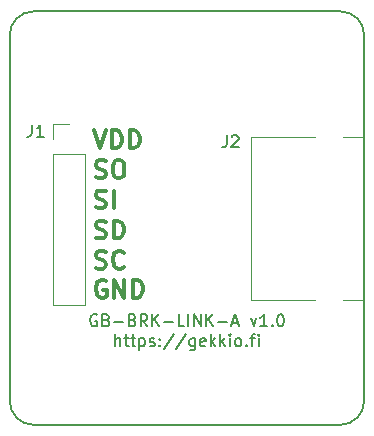
<source format=gbr>
G04 #@! TF.GenerationSoftware,KiCad,Pcbnew,5.0.2-bee76a0~70~ubuntu18.10.1*
G04 #@! TF.CreationDate,2019-01-06T00:10:33+02:00*
G04 #@! TF.ProjectId,GB-BRK-LINK-A,47422d42-524b-42d4-9c49-4e4b2d412e6b,v1.0*
G04 #@! TF.SameCoordinates,Original*
G04 #@! TF.FileFunction,Legend,Top*
G04 #@! TF.FilePolarity,Positive*
%FSLAX46Y46*%
G04 Gerber Fmt 4.6, Leading zero omitted, Abs format (unit mm)*
G04 Created by KiCad (PCBNEW 5.0.2-bee76a0~70~ubuntu18.10.1) date su  6. tammikuuta 2019 00.10.33*
%MOMM*%
%LPD*%
G01*
G04 APERTURE LIST*
%ADD10C,0.150000*%
%ADD11C,0.300000*%
%ADD12C,0.200000*%
%ADD13C,0.120000*%
G04 APERTURE END LIST*
D10*
X52000000Y-85000000D02*
G75*
G02X50000000Y-83000000I0J2000000D01*
G01*
X80000000Y-83000000D02*
G75*
G02X78000000Y-85000000I-2000000J0D01*
G01*
X78000000Y-50000000D02*
G75*
G02X80000000Y-52000000I0J-2000000D01*
G01*
X50000000Y-52000000D02*
G75*
G02X52000000Y-50000000I2000000J0D01*
G01*
D11*
X58137857Y-72800000D02*
X57995000Y-72728571D01*
X57780714Y-72728571D01*
X57566428Y-72800000D01*
X57423571Y-72942857D01*
X57352142Y-73085714D01*
X57280714Y-73371428D01*
X57280714Y-73585714D01*
X57352142Y-73871428D01*
X57423571Y-74014285D01*
X57566428Y-74157142D01*
X57780714Y-74228571D01*
X57923571Y-74228571D01*
X58137857Y-74157142D01*
X58209285Y-74085714D01*
X58209285Y-73585714D01*
X57923571Y-73585714D01*
X58852142Y-74228571D02*
X58852142Y-72728571D01*
X59709285Y-74228571D01*
X59709285Y-72728571D01*
X60423571Y-74228571D02*
X60423571Y-72728571D01*
X60780714Y-72728571D01*
X60995000Y-72800000D01*
X61137857Y-72942857D01*
X61209285Y-73085714D01*
X61280714Y-73371428D01*
X61280714Y-73585714D01*
X61209285Y-73871428D01*
X61137857Y-74014285D01*
X60995000Y-74157142D01*
X60780714Y-74228571D01*
X60423571Y-74228571D01*
X57280714Y-71707142D02*
X57495000Y-71778571D01*
X57852142Y-71778571D01*
X57995000Y-71707142D01*
X58066428Y-71635714D01*
X58137857Y-71492857D01*
X58137857Y-71350000D01*
X58066428Y-71207142D01*
X57995000Y-71135714D01*
X57852142Y-71064285D01*
X57566428Y-70992857D01*
X57423571Y-70921428D01*
X57352142Y-70850000D01*
X57280714Y-70707142D01*
X57280714Y-70564285D01*
X57352142Y-70421428D01*
X57423571Y-70350000D01*
X57566428Y-70278571D01*
X57923571Y-70278571D01*
X58137857Y-70350000D01*
X59637857Y-71635714D02*
X59566428Y-71707142D01*
X59352142Y-71778571D01*
X59209285Y-71778571D01*
X58995000Y-71707142D01*
X58852142Y-71564285D01*
X58780714Y-71421428D01*
X58709285Y-71135714D01*
X58709285Y-70921428D01*
X58780714Y-70635714D01*
X58852142Y-70492857D01*
X58995000Y-70350000D01*
X59209285Y-70278571D01*
X59352142Y-70278571D01*
X59566428Y-70350000D01*
X59637857Y-70421428D01*
X57280714Y-69157142D02*
X57495000Y-69228571D01*
X57852142Y-69228571D01*
X57995000Y-69157142D01*
X58066428Y-69085714D01*
X58137857Y-68942857D01*
X58137857Y-68800000D01*
X58066428Y-68657142D01*
X57995000Y-68585714D01*
X57852142Y-68514285D01*
X57566428Y-68442857D01*
X57423571Y-68371428D01*
X57352142Y-68300000D01*
X57280714Y-68157142D01*
X57280714Y-68014285D01*
X57352142Y-67871428D01*
X57423571Y-67800000D01*
X57566428Y-67728571D01*
X57923571Y-67728571D01*
X58137857Y-67800000D01*
X58780714Y-69228571D02*
X58780714Y-67728571D01*
X59137857Y-67728571D01*
X59352142Y-67800000D01*
X59495000Y-67942857D01*
X59566428Y-68085714D01*
X59637857Y-68371428D01*
X59637857Y-68585714D01*
X59566428Y-68871428D01*
X59495000Y-69014285D01*
X59352142Y-69157142D01*
X59137857Y-69228571D01*
X58780714Y-69228571D01*
X57280714Y-66607142D02*
X57495000Y-66678571D01*
X57852142Y-66678571D01*
X57995000Y-66607142D01*
X58066428Y-66535714D01*
X58137857Y-66392857D01*
X58137857Y-66250000D01*
X58066428Y-66107142D01*
X57995000Y-66035714D01*
X57852142Y-65964285D01*
X57566428Y-65892857D01*
X57423571Y-65821428D01*
X57352142Y-65750000D01*
X57280714Y-65607142D01*
X57280714Y-65464285D01*
X57352142Y-65321428D01*
X57423571Y-65250000D01*
X57566428Y-65178571D01*
X57923571Y-65178571D01*
X58137857Y-65250000D01*
X58780714Y-66678571D02*
X58780714Y-65178571D01*
X57280714Y-64057142D02*
X57495000Y-64128571D01*
X57852142Y-64128571D01*
X57995000Y-64057142D01*
X58066428Y-63985714D01*
X58137857Y-63842857D01*
X58137857Y-63700000D01*
X58066428Y-63557142D01*
X57995000Y-63485714D01*
X57852142Y-63414285D01*
X57566428Y-63342857D01*
X57423571Y-63271428D01*
X57352142Y-63200000D01*
X57280714Y-63057142D01*
X57280714Y-62914285D01*
X57352142Y-62771428D01*
X57423571Y-62700000D01*
X57566428Y-62628571D01*
X57923571Y-62628571D01*
X58137857Y-62700000D01*
X59066428Y-62628571D02*
X59352142Y-62628571D01*
X59495000Y-62700000D01*
X59637857Y-62842857D01*
X59709285Y-63128571D01*
X59709285Y-63628571D01*
X59637857Y-63914285D01*
X59495000Y-64057142D01*
X59352142Y-64128571D01*
X59066428Y-64128571D01*
X58923571Y-64057142D01*
X58780714Y-63914285D01*
X58709285Y-63628571D01*
X58709285Y-63128571D01*
X58780714Y-62842857D01*
X58923571Y-62700000D01*
X59066428Y-62628571D01*
X57137857Y-60078571D02*
X57637857Y-61578571D01*
X58137857Y-60078571D01*
X58637857Y-61578571D02*
X58637857Y-60078571D01*
X58995000Y-60078571D01*
X59209285Y-60150000D01*
X59352142Y-60292857D01*
X59423571Y-60435714D01*
X59495000Y-60721428D01*
X59495000Y-60935714D01*
X59423571Y-61221428D01*
X59352142Y-61364285D01*
X59209285Y-61507142D01*
X58995000Y-61578571D01*
X58637857Y-61578571D01*
X60137857Y-61578571D02*
X60137857Y-60078571D01*
X60495000Y-60078571D01*
X60709285Y-60150000D01*
X60852142Y-60292857D01*
X60923571Y-60435714D01*
X60995000Y-60721428D01*
X60995000Y-60935714D01*
X60923571Y-61221428D01*
X60852142Y-61364285D01*
X60709285Y-61507142D01*
X60495000Y-61578571D01*
X60137857Y-61578571D01*
D12*
X57357142Y-75700000D02*
X57261904Y-75652380D01*
X57119047Y-75652380D01*
X56976190Y-75700000D01*
X56880952Y-75795238D01*
X56833333Y-75890476D01*
X56785714Y-76080952D01*
X56785714Y-76223809D01*
X56833333Y-76414285D01*
X56880952Y-76509523D01*
X56976190Y-76604761D01*
X57119047Y-76652380D01*
X57214285Y-76652380D01*
X57357142Y-76604761D01*
X57404761Y-76557142D01*
X57404761Y-76223809D01*
X57214285Y-76223809D01*
X58166666Y-76128571D02*
X58309523Y-76176190D01*
X58357142Y-76223809D01*
X58404761Y-76319047D01*
X58404761Y-76461904D01*
X58357142Y-76557142D01*
X58309523Y-76604761D01*
X58214285Y-76652380D01*
X57833333Y-76652380D01*
X57833333Y-75652380D01*
X58166666Y-75652380D01*
X58261904Y-75700000D01*
X58309523Y-75747619D01*
X58357142Y-75842857D01*
X58357142Y-75938095D01*
X58309523Y-76033333D01*
X58261904Y-76080952D01*
X58166666Y-76128571D01*
X57833333Y-76128571D01*
X58833333Y-76271428D02*
X59595238Y-76271428D01*
X60404761Y-76128571D02*
X60547619Y-76176190D01*
X60595238Y-76223809D01*
X60642857Y-76319047D01*
X60642857Y-76461904D01*
X60595238Y-76557142D01*
X60547619Y-76604761D01*
X60452380Y-76652380D01*
X60071428Y-76652380D01*
X60071428Y-75652380D01*
X60404761Y-75652380D01*
X60500000Y-75700000D01*
X60547619Y-75747619D01*
X60595238Y-75842857D01*
X60595238Y-75938095D01*
X60547619Y-76033333D01*
X60500000Y-76080952D01*
X60404761Y-76128571D01*
X60071428Y-76128571D01*
X61642857Y-76652380D02*
X61309523Y-76176190D01*
X61071428Y-76652380D02*
X61071428Y-75652380D01*
X61452380Y-75652380D01*
X61547619Y-75700000D01*
X61595238Y-75747619D01*
X61642857Y-75842857D01*
X61642857Y-75985714D01*
X61595238Y-76080952D01*
X61547619Y-76128571D01*
X61452380Y-76176190D01*
X61071428Y-76176190D01*
X62071428Y-76652380D02*
X62071428Y-75652380D01*
X62642857Y-76652380D02*
X62214285Y-76080952D01*
X62642857Y-75652380D02*
X62071428Y-76223809D01*
X63071428Y-76271428D02*
X63833333Y-76271428D01*
X64785714Y-76652380D02*
X64309523Y-76652380D01*
X64309523Y-75652380D01*
X65119047Y-76652380D02*
X65119047Y-75652380D01*
X65595238Y-76652380D02*
X65595238Y-75652380D01*
X66166666Y-76652380D01*
X66166666Y-75652380D01*
X66642857Y-76652380D02*
X66642857Y-75652380D01*
X67214285Y-76652380D02*
X66785714Y-76080952D01*
X67214285Y-75652380D02*
X66642857Y-76223809D01*
X67642857Y-76271428D02*
X68404761Y-76271428D01*
X68833333Y-76366666D02*
X69309523Y-76366666D01*
X68738095Y-76652380D02*
X69071428Y-75652380D01*
X69404761Y-76652380D01*
X70404761Y-75985714D02*
X70642857Y-76652380D01*
X70880952Y-75985714D01*
X71785714Y-76652380D02*
X71214285Y-76652380D01*
X71500000Y-76652380D02*
X71500000Y-75652380D01*
X71404761Y-75795238D01*
X71309523Y-75890476D01*
X71214285Y-75938095D01*
X72214285Y-76557142D02*
X72261904Y-76604761D01*
X72214285Y-76652380D01*
X72166666Y-76604761D01*
X72214285Y-76557142D01*
X72214285Y-76652380D01*
X72880952Y-75652380D02*
X72976190Y-75652380D01*
X73071428Y-75700000D01*
X73119047Y-75747619D01*
X73166666Y-75842857D01*
X73214285Y-76033333D01*
X73214285Y-76271428D01*
X73166666Y-76461904D01*
X73119047Y-76557142D01*
X73071428Y-76604761D01*
X72976190Y-76652380D01*
X72880952Y-76652380D01*
X72785714Y-76604761D01*
X72738095Y-76557142D01*
X72690476Y-76461904D01*
X72642857Y-76271428D01*
X72642857Y-76033333D01*
X72690476Y-75842857D01*
X72738095Y-75747619D01*
X72785714Y-75700000D01*
X72880952Y-75652380D01*
X58928571Y-78352380D02*
X58928571Y-77352380D01*
X59357142Y-78352380D02*
X59357142Y-77828571D01*
X59309523Y-77733333D01*
X59214285Y-77685714D01*
X59071428Y-77685714D01*
X58976190Y-77733333D01*
X58928571Y-77780952D01*
X59690476Y-77685714D02*
X60071428Y-77685714D01*
X59833333Y-77352380D02*
X59833333Y-78209523D01*
X59880952Y-78304761D01*
X59976190Y-78352380D01*
X60071428Y-78352380D01*
X60261904Y-77685714D02*
X60642857Y-77685714D01*
X60404761Y-77352380D02*
X60404761Y-78209523D01*
X60452380Y-78304761D01*
X60547619Y-78352380D01*
X60642857Y-78352380D01*
X60976190Y-77685714D02*
X60976190Y-78685714D01*
X60976190Y-77733333D02*
X61071428Y-77685714D01*
X61261904Y-77685714D01*
X61357142Y-77733333D01*
X61404761Y-77780952D01*
X61452380Y-77876190D01*
X61452380Y-78161904D01*
X61404761Y-78257142D01*
X61357142Y-78304761D01*
X61261904Y-78352380D01*
X61071428Y-78352380D01*
X60976190Y-78304761D01*
X61833333Y-78304761D02*
X61928571Y-78352380D01*
X62119047Y-78352380D01*
X62214285Y-78304761D01*
X62261904Y-78209523D01*
X62261904Y-78161904D01*
X62214285Y-78066666D01*
X62119047Y-78019047D01*
X61976190Y-78019047D01*
X61880952Y-77971428D01*
X61833333Y-77876190D01*
X61833333Y-77828571D01*
X61880952Y-77733333D01*
X61976190Y-77685714D01*
X62119047Y-77685714D01*
X62214285Y-77733333D01*
X62690476Y-78257142D02*
X62738095Y-78304761D01*
X62690476Y-78352380D01*
X62642857Y-78304761D01*
X62690476Y-78257142D01*
X62690476Y-78352380D01*
X62690476Y-77733333D02*
X62738095Y-77780952D01*
X62690476Y-77828571D01*
X62642857Y-77780952D01*
X62690476Y-77733333D01*
X62690476Y-77828571D01*
X63880952Y-77304761D02*
X63023809Y-78590476D01*
X64928571Y-77304761D02*
X64071428Y-78590476D01*
X65690476Y-77685714D02*
X65690476Y-78495238D01*
X65642857Y-78590476D01*
X65595238Y-78638095D01*
X65499999Y-78685714D01*
X65357142Y-78685714D01*
X65261904Y-78638095D01*
X65690476Y-78304761D02*
X65595238Y-78352380D01*
X65404761Y-78352380D01*
X65309523Y-78304761D01*
X65261904Y-78257142D01*
X65214285Y-78161904D01*
X65214285Y-77876190D01*
X65261904Y-77780952D01*
X65309523Y-77733333D01*
X65404761Y-77685714D01*
X65595238Y-77685714D01*
X65690476Y-77733333D01*
X66547619Y-78304761D02*
X66452380Y-78352380D01*
X66261904Y-78352380D01*
X66166666Y-78304761D01*
X66119047Y-78209523D01*
X66119047Y-77828571D01*
X66166666Y-77733333D01*
X66261904Y-77685714D01*
X66452380Y-77685714D01*
X66547619Y-77733333D01*
X66595238Y-77828571D01*
X66595238Y-77923809D01*
X66119047Y-78019047D01*
X67023809Y-78352380D02*
X67023809Y-77352380D01*
X67119047Y-77971428D02*
X67404761Y-78352380D01*
X67404761Y-77685714D02*
X67023809Y-78066666D01*
X67833333Y-78352380D02*
X67833333Y-77352380D01*
X67928571Y-77971428D02*
X68214285Y-78352380D01*
X68214285Y-77685714D02*
X67833333Y-78066666D01*
X68642857Y-78352380D02*
X68642857Y-77685714D01*
X68642857Y-77352380D02*
X68595238Y-77400000D01*
X68642857Y-77447619D01*
X68690476Y-77400000D01*
X68642857Y-77352380D01*
X68642857Y-77447619D01*
X69261904Y-78352380D02*
X69166666Y-78304761D01*
X69119047Y-78257142D01*
X69071428Y-78161904D01*
X69071428Y-77876190D01*
X69119047Y-77780952D01*
X69166666Y-77733333D01*
X69261904Y-77685714D01*
X69404761Y-77685714D01*
X69500000Y-77733333D01*
X69547619Y-77780952D01*
X69595238Y-77876190D01*
X69595238Y-78161904D01*
X69547619Y-78257142D01*
X69500000Y-78304761D01*
X69404761Y-78352380D01*
X69261904Y-78352380D01*
X70023809Y-78257142D02*
X70071428Y-78304761D01*
X70023809Y-78352380D01*
X69976190Y-78304761D01*
X70023809Y-78257142D01*
X70023809Y-78352380D01*
X70357142Y-77685714D02*
X70738095Y-77685714D01*
X70500000Y-78352380D02*
X70500000Y-77495238D01*
X70547619Y-77400000D01*
X70642857Y-77352380D01*
X70738095Y-77352380D01*
X71071428Y-78352380D02*
X71071428Y-77685714D01*
X71071428Y-77352380D02*
X71023809Y-77400000D01*
X71071428Y-77447619D01*
X71119047Y-77400000D01*
X71071428Y-77352380D01*
X71071428Y-77447619D01*
D10*
X52000000Y-85000000D02*
X78000000Y-85000000D01*
X80000000Y-52000000D02*
X80000000Y-83000000D01*
X52000000Y-50000000D02*
X78000000Y-50000000D01*
X50000000Y-52000000D02*
X50000000Y-83000000D01*
D13*
G04 #@! TO.C,J1*
X53670000Y-74880000D02*
X56330000Y-74880000D01*
X53670000Y-62120000D02*
X53670000Y-74880000D01*
X56330000Y-62120000D02*
X56330000Y-74880000D01*
X53670000Y-62120000D02*
X56330000Y-62120000D01*
X53670000Y-60850000D02*
X53670000Y-59520000D01*
X53670000Y-59520000D02*
X55000000Y-59520000D01*
G04 #@! TO.C,J2*
X75800000Y-60650000D02*
X70400000Y-60650000D01*
X79900000Y-60650000D02*
X78200000Y-60650000D01*
X70400000Y-60650000D02*
X70400000Y-74450000D01*
X70400000Y-74450000D02*
X75800000Y-74450000D01*
X78200000Y-74450000D02*
X79900000Y-74450000D01*
G04 #@! TD*
G04 #@! TO.C,J1*
D10*
X51866666Y-59602380D02*
X51866666Y-60316666D01*
X51819047Y-60459523D01*
X51723809Y-60554761D01*
X51580952Y-60602380D01*
X51485714Y-60602380D01*
X52866666Y-60602380D02*
X52295238Y-60602380D01*
X52580952Y-60602380D02*
X52580952Y-59602380D01*
X52485714Y-59745238D01*
X52390476Y-59840476D01*
X52295238Y-59888095D01*
G04 #@! TO.C,J2*
X68366666Y-60502380D02*
X68366666Y-61216666D01*
X68319047Y-61359523D01*
X68223809Y-61454761D01*
X68080952Y-61502380D01*
X67985714Y-61502380D01*
X68795238Y-60597619D02*
X68842857Y-60550000D01*
X68938095Y-60502380D01*
X69176190Y-60502380D01*
X69271428Y-60550000D01*
X69319047Y-60597619D01*
X69366666Y-60692857D01*
X69366666Y-60788095D01*
X69319047Y-60930952D01*
X68747619Y-61502380D01*
X69366666Y-61502380D01*
G04 #@! TD*
M02*

</source>
